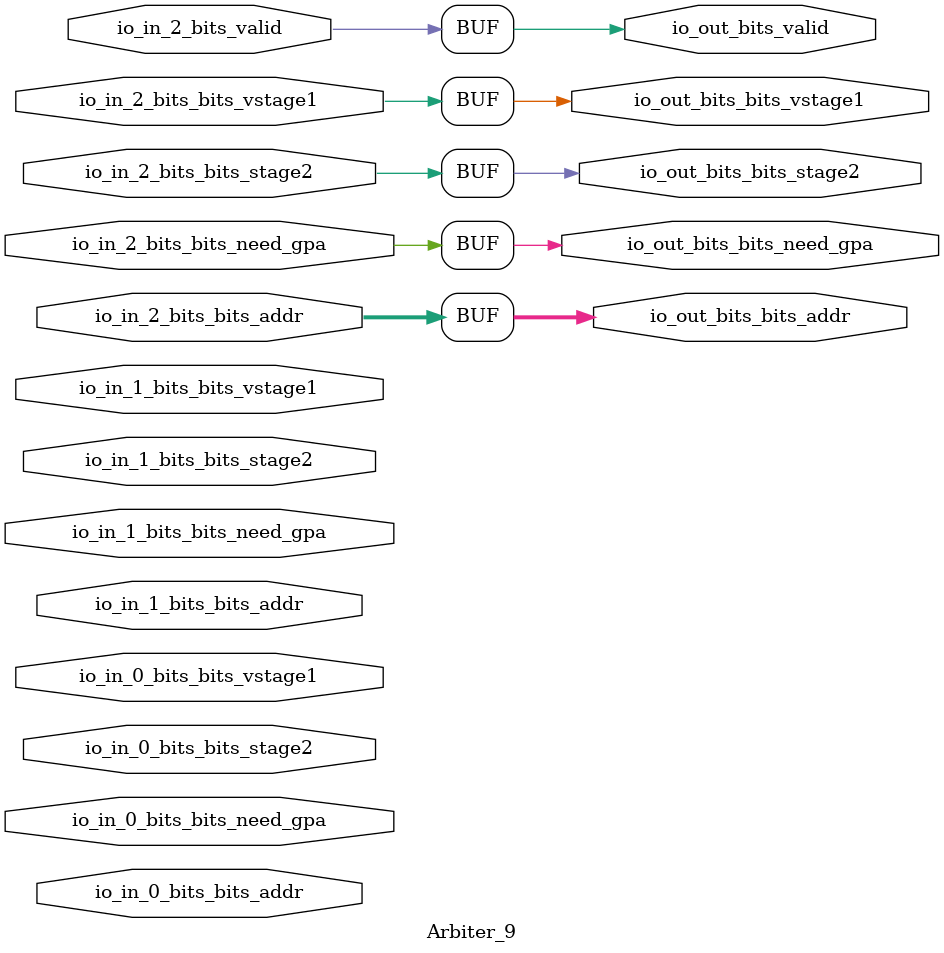
<source format=sv>
`ifndef RANDOMIZE
  `ifdef RANDOMIZE_MEM_INIT
    `define RANDOMIZE
  `endif // RANDOMIZE_MEM_INIT
`endif // not def RANDOMIZE
`ifndef RANDOMIZE
  `ifdef RANDOMIZE_REG_INIT
    `define RANDOMIZE
  `endif // RANDOMIZE_REG_INIT
`endif // not def RANDOMIZE

`ifndef RANDOM
  `define RANDOM $random
`endif // not def RANDOM

// Users can define INIT_RANDOM as general code that gets injected into the
// initializer block for modules with registers.
`ifndef INIT_RANDOM
  `define INIT_RANDOM
`endif // not def INIT_RANDOM

// If using random initialization, you can also define RANDOMIZE_DELAY to
// customize the delay used, otherwise 0.002 is used.
`ifndef RANDOMIZE_DELAY
  `define RANDOMIZE_DELAY 0.002
`endif // not def RANDOMIZE_DELAY

// Define INIT_RANDOM_PROLOG_ for use in our modules below.
`ifndef INIT_RANDOM_PROLOG_
  `ifdef RANDOMIZE
    `ifdef VERILATOR
      `define INIT_RANDOM_PROLOG_ `INIT_RANDOM
    `else  // VERILATOR
      `define INIT_RANDOM_PROLOG_ `INIT_RANDOM #`RANDOMIZE_DELAY begin end
    `endif // VERILATOR
  `else  // RANDOMIZE
    `define INIT_RANDOM_PROLOG_
  `endif // RANDOMIZE
`endif // not def INIT_RANDOM_PROLOG_

// Include register initializers in init blocks unless synthesis is set
`ifndef SYNTHESIS
  `ifndef ENABLE_INITIAL_REG_
    `define ENABLE_INITIAL_REG_
  `endif // not def ENABLE_INITIAL_REG_
`endif // not def SYNTHESIS

// Include rmemory initializers in init blocks unless synthesis is set
`ifndef SYNTHESIS
  `ifndef ENABLE_INITIAL_MEM_
    `define ENABLE_INITIAL_MEM_
  `endif // not def ENABLE_INITIAL_MEM_
`endif // not def SYNTHESIS

// Standard header to adapt well known macros for prints and assertions.

// Users can define 'PRINTF_COND' to add an extra gate to prints.
`ifndef PRINTF_COND_
  `ifdef PRINTF_COND
    `define PRINTF_COND_ (`PRINTF_COND)
  `else  // PRINTF_COND
    `define PRINTF_COND_ 1
  `endif // PRINTF_COND
`endif // not def PRINTF_COND_

// Users can define 'ASSERT_VERBOSE_COND' to add an extra gate to assert error printing.
`ifndef ASSERT_VERBOSE_COND_
  `ifdef ASSERT_VERBOSE_COND
    `define ASSERT_VERBOSE_COND_ (`ASSERT_VERBOSE_COND)
  `else  // ASSERT_VERBOSE_COND
    `define ASSERT_VERBOSE_COND_ 1
  `endif // ASSERT_VERBOSE_COND
`endif // not def ASSERT_VERBOSE_COND_

// Users can define 'STOP_COND' to add an extra gate to stop conditions.
`ifndef STOP_COND_
  `ifdef STOP_COND
    `define STOP_COND_ (`STOP_COND)
  `else  // STOP_COND
    `define STOP_COND_ 1
  `endif // STOP_COND
`endif // not def STOP_COND_

module Arbiter_9(
  input  [20:0] io_in_0_bits_bits_addr,	// @[src/main/scala/chisel3/util/Arbiter.scala:134:14]
  input         io_in_0_bits_bits_need_gpa,	// @[src/main/scala/chisel3/util/Arbiter.scala:134:14]
                io_in_0_bits_bits_vstage1,	// @[src/main/scala/chisel3/util/Arbiter.scala:134:14]
                io_in_0_bits_bits_stage2,	// @[src/main/scala/chisel3/util/Arbiter.scala:134:14]
  input  [20:0] io_in_1_bits_bits_addr,	// @[src/main/scala/chisel3/util/Arbiter.scala:134:14]
  input         io_in_1_bits_bits_need_gpa,	// @[src/main/scala/chisel3/util/Arbiter.scala:134:14]
                io_in_1_bits_bits_vstage1,	// @[src/main/scala/chisel3/util/Arbiter.scala:134:14]
                io_in_1_bits_bits_stage2,	// @[src/main/scala/chisel3/util/Arbiter.scala:134:14]
                io_in_2_bits_valid,	// @[src/main/scala/chisel3/util/Arbiter.scala:134:14]
  input  [20:0] io_in_2_bits_bits_addr,	// @[src/main/scala/chisel3/util/Arbiter.scala:134:14]
  input         io_in_2_bits_bits_need_gpa,	// @[src/main/scala/chisel3/util/Arbiter.scala:134:14]
                io_in_2_bits_bits_vstage1,	// @[src/main/scala/chisel3/util/Arbiter.scala:134:14]
                io_in_2_bits_bits_stage2,	// @[src/main/scala/chisel3/util/Arbiter.scala:134:14]
  output        io_out_bits_valid,	// @[src/main/scala/chisel3/util/Arbiter.scala:134:14]
  output [20:0] io_out_bits_bits_addr,	// @[src/main/scala/chisel3/util/Arbiter.scala:134:14]
  output        io_out_bits_bits_need_gpa,	// @[src/main/scala/chisel3/util/Arbiter.scala:134:14]
                io_out_bits_bits_vstage1,	// @[src/main/scala/chisel3/util/Arbiter.scala:134:14]
                io_out_bits_bits_stage2	// @[src/main/scala/chisel3/util/Arbiter.scala:134:14]
);

  assign io_out_bits_valid = io_in_2_bits_valid;
  assign io_out_bits_bits_addr = io_in_2_bits_bits_addr;
  assign io_out_bits_bits_need_gpa = io_in_2_bits_bits_need_gpa;
  assign io_out_bits_bits_vstage1 = io_in_2_bits_bits_vstage1;
  assign io_out_bits_bits_stage2 = io_in_2_bits_bits_stage2;
endmodule


</source>
